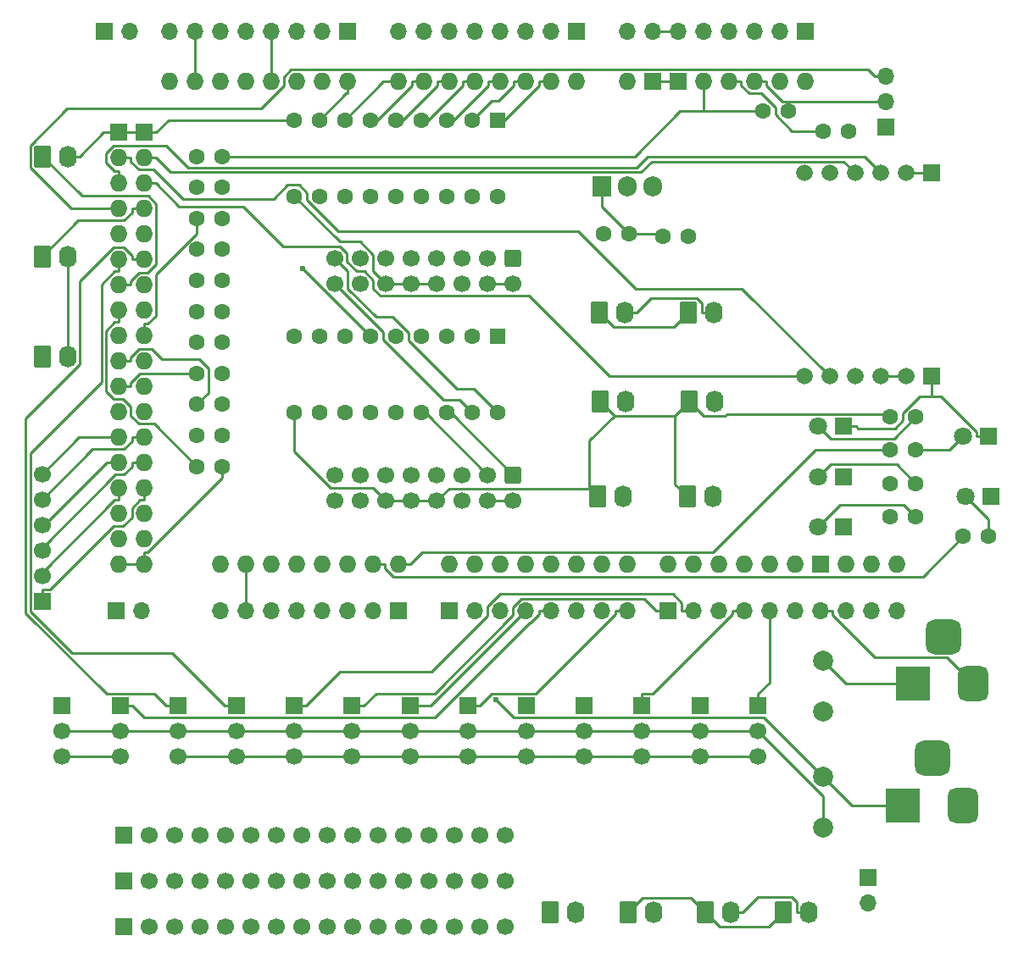
<source format=gbr>
G04 #@! TF.GenerationSoftware,KiCad,Pcbnew,9.0.5*
G04 #@! TF.CreationDate,2026-01-11T12:05:45+10:00*
G04 #@! TF.ProjectId,Jet Ranger Front Panel Servo,4a657420-5261-46e6-9765-722046726f6e,1.2*
G04 #@! TF.SameCoordinates,Original*
G04 #@! TF.FileFunction,Copper,L1,Top*
G04 #@! TF.FilePolarity,Positive*
%FSLAX46Y46*%
G04 Gerber Fmt 4.6, Leading zero omitted, Abs format (unit mm)*
G04 Created by KiCad (PCBNEW 9.0.5) date 2026-01-11 12:05:45*
%MOMM*%
%LPD*%
G01*
G04 APERTURE LIST*
G04 Aperture macros list*
%AMRoundRect*
0 Rectangle with rounded corners*
0 $1 Rounding radius*
0 $2 $3 $4 $5 $6 $7 $8 $9 X,Y pos of 4 corners*
0 Add a 4 corners polygon primitive as box body*
4,1,4,$2,$3,$4,$5,$6,$7,$8,$9,$2,$3,0*
0 Add four circle primitives for the rounded corners*
1,1,$1+$1,$2,$3*
1,1,$1+$1,$4,$5*
1,1,$1+$1,$6,$7*
1,1,$1+$1,$8,$9*
0 Add four rect primitives between the rounded corners*
20,1,$1+$1,$2,$3,$4,$5,0*
20,1,$1+$1,$4,$5,$6,$7,0*
20,1,$1+$1,$6,$7,$8,$9,0*
20,1,$1+$1,$8,$9,$2,$3,0*%
G04 Aperture macros list end*
G04 #@! TA.AperFunction,ComponentPad*
%ADD10C,2.000000*%
G04 #@! TD*
G04 #@! TA.AperFunction,ComponentPad*
%ADD11R,1.700000X1.700000*%
G04 #@! TD*
G04 #@! TA.AperFunction,ComponentPad*
%ADD12C,1.700000*%
G04 #@! TD*
G04 #@! TA.AperFunction,ComponentPad*
%ADD13RoundRect,0.250000X-0.620000X-0.845000X0.620000X-0.845000X0.620000X0.845000X-0.620000X0.845000X0*%
G04 #@! TD*
G04 #@! TA.AperFunction,ComponentPad*
%ADD14O,1.740000X2.190000*%
G04 #@! TD*
G04 #@! TA.AperFunction,ComponentPad*
%ADD15C,1.600000*%
G04 #@! TD*
G04 #@! TA.AperFunction,ComponentPad*
%ADD16O,1.700000X1.700000*%
G04 #@! TD*
G04 #@! TA.AperFunction,ComponentPad*
%ADD17R,1.800000X1.800000*%
G04 #@! TD*
G04 #@! TA.AperFunction,ComponentPad*
%ADD18C,1.800000*%
G04 #@! TD*
G04 #@! TA.AperFunction,ComponentPad*
%ADD19R,3.500000X3.500000*%
G04 #@! TD*
G04 #@! TA.AperFunction,ComponentPad*
%ADD20RoundRect,0.750000X0.750000X1.000000X-0.750000X1.000000X-0.750000X-1.000000X0.750000X-1.000000X0*%
G04 #@! TD*
G04 #@! TA.AperFunction,ComponentPad*
%ADD21RoundRect,0.875000X0.875000X0.875000X-0.875000X0.875000X-0.875000X-0.875000X0.875000X-0.875000X0*%
G04 #@! TD*
G04 #@! TA.AperFunction,ComponentPad*
%ADD22RoundRect,0.250000X-0.550000X0.550000X-0.550000X-0.550000X0.550000X-0.550000X0.550000X0.550000X0*%
G04 #@! TD*
G04 #@! TA.AperFunction,ComponentPad*
%ADD23RoundRect,0.250000X-0.600000X0.600000X-0.600000X-0.600000X0.600000X-0.600000X0.600000X0.600000X0*%
G04 #@! TD*
G04 #@! TA.AperFunction,ComponentPad*
%ADD24R,1.905000X2.000000*%
G04 #@! TD*
G04 #@! TA.AperFunction,ComponentPad*
%ADD25O,1.905000X2.000000*%
G04 #@! TD*
G04 #@! TA.AperFunction,ComponentPad*
%ADD26R,1.665000X1.665000*%
G04 #@! TD*
G04 #@! TA.AperFunction,ComponentPad*
%ADD27C,1.665000*%
G04 #@! TD*
G04 #@! TA.AperFunction,ComponentPad*
%ADD28O,1.727200X1.727200*%
G04 #@! TD*
G04 #@! TA.AperFunction,ComponentPad*
%ADD29R,1.727200X1.727200*%
G04 #@! TD*
G04 #@! TA.AperFunction,ViaPad*
%ADD30C,0.600000*%
G04 #@! TD*
G04 #@! TA.AperFunction,Conductor*
%ADD31C,0.250000*%
G04 #@! TD*
G04 APERTURE END LIST*
D10*
X111000000Y-109000000D03*
X111010000Y-103920000D03*
D11*
X40791700Y-108420000D03*
D12*
X40791700Y-110960000D03*
X40791700Y-113500000D03*
D13*
X99241700Y-129020000D03*
D14*
X101781700Y-129020000D03*
D15*
X51000000Y-81400000D03*
X48460000Y-81400000D03*
D13*
X83725000Y-129020000D03*
D14*
X86265000Y-129020000D03*
D11*
X63500000Y-41046400D03*
D16*
X60960000Y-41046400D03*
X58420000Y-41046400D03*
X55880000Y-41046400D03*
X53340000Y-41046400D03*
X50800000Y-41046400D03*
X48260000Y-41046400D03*
X45720000Y-41046400D03*
D11*
X117298000Y-50550000D03*
D16*
X117298000Y-48010000D03*
X117298000Y-45470000D03*
D11*
X86360000Y-41046400D03*
D16*
X83820000Y-41046400D03*
X81280000Y-41046400D03*
X78740000Y-41046400D03*
X76200000Y-41046400D03*
X73660000Y-41046400D03*
X71120000Y-41046400D03*
X68580000Y-41046400D03*
D15*
X51000000Y-72100000D03*
X48460000Y-72100000D03*
D17*
X127769000Y-87500000D03*
D18*
X125229000Y-87500000D03*
D11*
X52375000Y-108420000D03*
D12*
X52375000Y-110960000D03*
X52375000Y-113500000D03*
D11*
X69750000Y-108420000D03*
D12*
X69750000Y-110960000D03*
X69750000Y-113500000D03*
D15*
X117710700Y-82863900D03*
X120250700Y-82863900D03*
X51000000Y-65900000D03*
X48460000Y-65900000D03*
X117710700Y-79545900D03*
X120250700Y-79545900D03*
D11*
X39225000Y-41000000D03*
D16*
X41765000Y-41000000D03*
D19*
X118949000Y-118350000D03*
D20*
X124949000Y-118350000D03*
D21*
X121949000Y-113650000D03*
D11*
X75541700Y-108420000D03*
D12*
X75541700Y-110960000D03*
X75541700Y-113500000D03*
D17*
X113040000Y-85500000D03*
D18*
X110500000Y-85500000D03*
D11*
X92916700Y-108420000D03*
D12*
X92916700Y-110960000D03*
X92916700Y-113500000D03*
D17*
X127540000Y-81500000D03*
D18*
X125000000Y-81500000D03*
D10*
X110990000Y-120580000D03*
X111000000Y-115500000D03*
D11*
X33000000Y-98000000D03*
D12*
X33000000Y-95460000D03*
X33000000Y-92920000D03*
X33000000Y-90380000D03*
X33000000Y-87840000D03*
X33000000Y-85300000D03*
D22*
X78500000Y-49868300D03*
D15*
X75960000Y-49868300D03*
X73420000Y-49868300D03*
X70880000Y-49868300D03*
X68340000Y-49868300D03*
X65800000Y-49868300D03*
X63260000Y-49868300D03*
X60720000Y-49868300D03*
X58180000Y-49868300D03*
X58180000Y-57488300D03*
X60720000Y-57488300D03*
X63260000Y-57488300D03*
X65800000Y-57488300D03*
X68340000Y-57488300D03*
X70880000Y-57488300D03*
X73420000Y-57488300D03*
X75960000Y-57488300D03*
X78500000Y-57488300D03*
X51000000Y-69000000D03*
X48460000Y-69000000D03*
X51000000Y-75200000D03*
X48460000Y-75200000D03*
X117710700Y-86182000D03*
X120250700Y-86182000D03*
D13*
X33000000Y-63500000D03*
D14*
X35540000Y-63500000D03*
D15*
X125000000Y-91500000D03*
X127540000Y-91500000D03*
D11*
X68580000Y-98958400D03*
D16*
X66040000Y-98958400D03*
X63500000Y-98958400D03*
X60960000Y-98958400D03*
X58420000Y-98958400D03*
X55880000Y-98958400D03*
X53340000Y-98958400D03*
X50800000Y-98958400D03*
D15*
X51000000Y-53500000D03*
X48460000Y-53500000D03*
D23*
X80040000Y-63736700D03*
D12*
X80040000Y-66276700D03*
X77500000Y-63736700D03*
X77500000Y-66276700D03*
X74960000Y-63736700D03*
X74960000Y-66276700D03*
X72420000Y-63736700D03*
X72420000Y-66276700D03*
X69880000Y-63736700D03*
X69880000Y-66276700D03*
X67340000Y-63736700D03*
X67340000Y-66276700D03*
X64800000Y-63736700D03*
X64800000Y-66276700D03*
X62260000Y-63736700D03*
X62260000Y-66276700D03*
D15*
X94960000Y-61500000D03*
X97500000Y-61500000D03*
D13*
X107000000Y-129020000D03*
D14*
X109540000Y-129020000D03*
D24*
X88920000Y-56500000D03*
D25*
X91460000Y-56500000D03*
X94000000Y-56500000D03*
D26*
X121809000Y-55183300D03*
D27*
X119269000Y-55183300D03*
X116729000Y-55183300D03*
X114189000Y-55183300D03*
X111649000Y-55183300D03*
X109109000Y-55183300D03*
D26*
X121809000Y-75503300D03*
D27*
X119269000Y-75503300D03*
X116729000Y-75503300D03*
X114189000Y-75503300D03*
X111649000Y-75503300D03*
X109109000Y-75503300D03*
D17*
X113040000Y-90500000D03*
D18*
X110500000Y-90500000D03*
D15*
X117710700Y-89500000D03*
X120250700Y-89500000D03*
D13*
X88653200Y-69135100D03*
D14*
X91193200Y-69135100D03*
D11*
X109220000Y-41046400D03*
D16*
X106680000Y-41046400D03*
X104140000Y-41046400D03*
X101600000Y-41046400D03*
X99060000Y-41046400D03*
X96520000Y-41046400D03*
X93980000Y-41046400D03*
X91440000Y-41046400D03*
D11*
X58166700Y-108420000D03*
D12*
X58166700Y-110960000D03*
X58166700Y-113500000D03*
D15*
X51000000Y-59700000D03*
X48460000Y-59700000D03*
D11*
X115450000Y-125560000D03*
D16*
X115450000Y-128100000D03*
D11*
X87125000Y-108420000D03*
D12*
X87125000Y-110960000D03*
X87125000Y-113500000D03*
D11*
X63958300Y-108420000D03*
D12*
X63958300Y-110960000D03*
X63958300Y-113500000D03*
D13*
X97543200Y-69135100D03*
D14*
X100083200Y-69135100D03*
D22*
X78500000Y-71500000D03*
D15*
X75960000Y-71500000D03*
X73420000Y-71500000D03*
X70880000Y-71500000D03*
X68340000Y-71500000D03*
X65800000Y-71500000D03*
X63260000Y-71500000D03*
X60720000Y-71500000D03*
X58180000Y-71500000D03*
X58180000Y-79120000D03*
X60720000Y-79120000D03*
X63260000Y-79120000D03*
X65800000Y-79120000D03*
X68340000Y-79120000D03*
X70880000Y-79120000D03*
X73420000Y-79120000D03*
X75960000Y-79120000D03*
X78500000Y-79120000D03*
D13*
X97643200Y-77985100D03*
D14*
X100183200Y-77985100D03*
D23*
X80040000Y-85368300D03*
D12*
X80040000Y-87908300D03*
X77500000Y-85368300D03*
X77500000Y-87908300D03*
X74960000Y-85368300D03*
X74960000Y-87908300D03*
X72420000Y-85368300D03*
X72420000Y-87908300D03*
X69880000Y-85368300D03*
X69880000Y-87908300D03*
X67340000Y-85368300D03*
X67340000Y-87908300D03*
X64800000Y-85368300D03*
X64800000Y-87908300D03*
X62260000Y-85368300D03*
X62260000Y-87908300D03*
D13*
X97460000Y-87500000D03*
D14*
X100000000Y-87500000D03*
D15*
X111000000Y-51000000D03*
X113540000Y-51000000D03*
D13*
X33000000Y-73500000D03*
D14*
X35540000Y-73500000D03*
D15*
X51000000Y-62800000D03*
X48460000Y-62800000D03*
X89037500Y-61212500D03*
X91577500Y-61212500D03*
D11*
X41140000Y-121320000D03*
D12*
X43680000Y-121320000D03*
X46220000Y-121320000D03*
X48760000Y-121320000D03*
X51300000Y-121320000D03*
X53840000Y-121320000D03*
X56380000Y-121320000D03*
X58920000Y-121320000D03*
X61460000Y-121320000D03*
X64000000Y-121320000D03*
X66540000Y-121320000D03*
X69080000Y-121320000D03*
X71620000Y-121320000D03*
X74160000Y-121320000D03*
X76700000Y-121320000D03*
X79240000Y-121320000D03*
D15*
X51000000Y-78300000D03*
X48460000Y-78300000D03*
X104955000Y-49000000D03*
X107495000Y-49000000D03*
D11*
X35000000Y-108420000D03*
D12*
X35000000Y-110960000D03*
X35000000Y-113500000D03*
D11*
X41140000Y-130500000D03*
D12*
X43680000Y-130500000D03*
X46220000Y-130500000D03*
X48760000Y-130500000D03*
X51300000Y-130500000D03*
X53840000Y-130500000D03*
X56380000Y-130500000D03*
X58920000Y-130500000D03*
X61460000Y-130500000D03*
X64000000Y-130500000D03*
X66540000Y-130500000D03*
X69080000Y-130500000D03*
X71620000Y-130500000D03*
X74160000Y-130500000D03*
X76700000Y-130500000D03*
X79240000Y-130500000D03*
D11*
X81333300Y-108420000D03*
D12*
X81333300Y-110960000D03*
X81333300Y-113500000D03*
D13*
X33000000Y-53500000D03*
D14*
X35540000Y-53500000D03*
D17*
X113040000Y-80500000D03*
D18*
X110500000Y-80500000D03*
D11*
X98708300Y-108420000D03*
D12*
X98708300Y-110960000D03*
X98708300Y-113500000D03*
D11*
X46583300Y-108420000D03*
D12*
X46583300Y-110960000D03*
X46583300Y-113500000D03*
D13*
X88460000Y-87500000D03*
D14*
X91000000Y-87500000D03*
D19*
X120000000Y-106207500D03*
D20*
X126000000Y-106207500D03*
D21*
X123000000Y-101507500D03*
D13*
X88753200Y-77985100D03*
D14*
X91293200Y-77985100D03*
D11*
X95504000Y-98958400D03*
D16*
X98044000Y-98958400D03*
X100584000Y-98958400D03*
X103124000Y-98958400D03*
X105664000Y-98958400D03*
X108204000Y-98958400D03*
X110744000Y-98958400D03*
X113284000Y-98958400D03*
X115824000Y-98958400D03*
X118364000Y-98958400D03*
D11*
X104500000Y-108420000D03*
D12*
X104500000Y-110960000D03*
X104500000Y-113500000D03*
D15*
X51000000Y-56600000D03*
X48460000Y-56600000D03*
D11*
X40411400Y-98933000D03*
D16*
X42951400Y-98933000D03*
D13*
X91483300Y-129020000D03*
D14*
X94023300Y-129020000D03*
D11*
X73660000Y-98958400D03*
D16*
X76200000Y-98958400D03*
X78740000Y-98958400D03*
X81280000Y-98958400D03*
X83820000Y-98958400D03*
X86360000Y-98958400D03*
X88900000Y-98958400D03*
X91440000Y-98958400D03*
D28*
X109205000Y-46039300D03*
X101585000Y-46039300D03*
X99045000Y-46039300D03*
X43165000Y-94299300D03*
X40625000Y-94299300D03*
X86345000Y-46039300D03*
X83805000Y-46039300D03*
X81265000Y-46039300D03*
X78725000Y-46039300D03*
X76185000Y-46039300D03*
X73645000Y-46039300D03*
X71105000Y-46039300D03*
X68565000Y-46039300D03*
X63485000Y-46039300D03*
X60945000Y-46039300D03*
X58405000Y-46039300D03*
X55865000Y-46039300D03*
X53325000Y-46039300D03*
X50785000Y-46039300D03*
X48245000Y-46039300D03*
X45705000Y-46039300D03*
X113269000Y-94299300D03*
X73645000Y-94299300D03*
X76185000Y-94299300D03*
X78725000Y-94299300D03*
X81265000Y-94299300D03*
X83805000Y-94299300D03*
X86345000Y-94299300D03*
X88885000Y-94299300D03*
X91425000Y-94299300D03*
X95489000Y-94299300D03*
X98029000Y-94299300D03*
X100569000Y-94299300D03*
X103109000Y-94299300D03*
X105649000Y-94299300D03*
X108189000Y-94299300D03*
X68565000Y-94299300D03*
X66025000Y-94299300D03*
X63485000Y-94299300D03*
X60945000Y-94299300D03*
X58405000Y-94299300D03*
X55865000Y-94299300D03*
X53325000Y-94299300D03*
X50785000Y-94299300D03*
X43165000Y-91759300D03*
X40625000Y-91759300D03*
X43165000Y-89219300D03*
X40625000Y-89219300D03*
X43165000Y-86679300D03*
X40625000Y-86679300D03*
X43165000Y-84139300D03*
X40625000Y-84139300D03*
X43165000Y-81599300D03*
X40625000Y-81599300D03*
X43165000Y-79059300D03*
X40625000Y-79059300D03*
X43165000Y-76519300D03*
X40625000Y-76519300D03*
X43165000Y-73979300D03*
X40625000Y-73979300D03*
X43165000Y-71439300D03*
X40625000Y-71439300D03*
X43165000Y-68899300D03*
X40625000Y-68899300D03*
X43165000Y-66359300D03*
X40625000Y-66359300D03*
X43165000Y-63819300D03*
X40625000Y-63819300D03*
X43165000Y-61279300D03*
X40625000Y-61279300D03*
X43165000Y-58739300D03*
X40625000Y-58739300D03*
X43165000Y-56199300D03*
X40625000Y-56199300D03*
X43165000Y-53659300D03*
X40625000Y-53659300D03*
D29*
X110729000Y-94299300D03*
X96505000Y-46039300D03*
X93965000Y-46039300D03*
X43165000Y-51119300D03*
X40625000Y-51119300D03*
D28*
X106665000Y-46039300D03*
X104125000Y-46039300D03*
X118349000Y-94299300D03*
X115809000Y-94299300D03*
X91425000Y-46039300D03*
D15*
X51000000Y-84500000D03*
X48460000Y-84500000D03*
D11*
X41140000Y-125910000D03*
D12*
X43680000Y-125910000D03*
X46220000Y-125910000D03*
X48760000Y-125910000D03*
X51300000Y-125910000D03*
X53840000Y-125910000D03*
X56380000Y-125910000D03*
X58920000Y-125910000D03*
X61460000Y-125910000D03*
X64000000Y-125910000D03*
X66540000Y-125910000D03*
X69080000Y-125910000D03*
X71620000Y-125910000D03*
X74160000Y-125910000D03*
X76700000Y-125910000D03*
X79240000Y-125910000D03*
D30*
X59018500Y-64718500D03*
X78325000Y-107845400D03*
D31*
X113297500Y-106207500D02*
X111010000Y-103920000D01*
X120000000Y-106207500D02*
X113297500Y-106207500D01*
X104439500Y-127557300D02*
X102976800Y-129020000D01*
X107853200Y-127557300D02*
X104439500Y-127557300D01*
X108344900Y-128049000D02*
X107853200Y-127557300D01*
X108344900Y-129020000D02*
X108344900Y-128049000D01*
X109540000Y-129020000D02*
X108344900Y-129020000D01*
X101781700Y-129020000D02*
X102976800Y-129020000D01*
X98888100Y-68177400D02*
X98888100Y-69135100D01*
X98416200Y-67705500D02*
X98888100Y-68177400D01*
X93817900Y-67705500D02*
X98416200Y-67705500D01*
X92388300Y-69135100D02*
X93817900Y-67705500D01*
X91193200Y-69135100D02*
X92388300Y-69135100D01*
X100083200Y-69135100D02*
X98888100Y-69135100D01*
X88920000Y-58555000D02*
X91577500Y-61212500D01*
X88920000Y-56500000D02*
X88920000Y-58555000D01*
X94672500Y-61212500D02*
X94960000Y-61500000D01*
X91577500Y-61212500D02*
X94672500Y-61212500D01*
X76104800Y-76724800D02*
X78500000Y-79120000D01*
X74440100Y-76724800D02*
X76104800Y-76724800D01*
X69610000Y-71894700D02*
X74440100Y-76724800D01*
X69610000Y-71169500D02*
X69610000Y-71894700D01*
X67987300Y-69546800D02*
X69610000Y-71169500D01*
X66353900Y-69546800D02*
X67987300Y-69546800D01*
X63530000Y-66722900D02*
X66353900Y-69546800D01*
X63530000Y-65006700D02*
X63530000Y-66722900D01*
X62260000Y-63736700D02*
X63530000Y-65006700D01*
X74685100Y-77845100D02*
X75960000Y-79120000D01*
X73053500Y-77845100D02*
X74685100Y-77845100D01*
X67070000Y-71861600D02*
X73053500Y-77845100D01*
X67070000Y-71086700D02*
X67070000Y-71861600D01*
X62260000Y-66276700D02*
X67070000Y-71086700D01*
X73791700Y-79120000D02*
X73420000Y-79120000D01*
X80040000Y-85368300D02*
X73791700Y-79120000D01*
X71251700Y-79120000D02*
X70880000Y-79120000D01*
X77500000Y-85368300D02*
X71251700Y-79120000D01*
X33000000Y-92613900D02*
X33000000Y-92920000D01*
X40285900Y-85328000D02*
X33000000Y-92613900D01*
X41159200Y-85328000D02*
X40285900Y-85328000D01*
X41976300Y-84510900D02*
X41159200Y-85328000D01*
X41976300Y-84139300D02*
X41976300Y-84510900D01*
X43165000Y-84139300D02*
X41976300Y-84139300D01*
X38052000Y-82788000D02*
X33000000Y-87840000D01*
X41159200Y-82788000D02*
X38052000Y-82788000D01*
X41976300Y-81970900D02*
X41159200Y-82788000D01*
X41976300Y-81599300D02*
X41976300Y-81970900D01*
X43165000Y-81599300D02*
X41976300Y-81599300D01*
X33810200Y-96824900D02*
X33000000Y-96824900D01*
X40145800Y-90489300D02*
X33810200Y-96824900D01*
X41058200Y-90489300D02*
X40145800Y-90489300D01*
X41976300Y-89571200D02*
X41058200Y-90489300D01*
X41976300Y-88685100D02*
X41976300Y-89571200D01*
X42793400Y-87868000D02*
X41976300Y-88685100D01*
X43165000Y-87868000D02*
X42793400Y-87868000D01*
X43165000Y-86679300D02*
X43165000Y-87868000D01*
X33000000Y-98000000D02*
X33000000Y-96824900D01*
X48460000Y-61208800D02*
X48460000Y-59700000D01*
X44353700Y-65315100D02*
X48460000Y-61208800D01*
X44353700Y-69428800D02*
X44353700Y-65315100D01*
X43531900Y-70250600D02*
X44353700Y-69428800D01*
X43165000Y-70250600D02*
X43531900Y-70250600D01*
X43165000Y-71439300D02*
X43165000Y-70250600D01*
X46583300Y-110960000D02*
X40791700Y-110960000D01*
X35000000Y-110960000D02*
X40791700Y-110960000D01*
X87125000Y-110960000D02*
X81333300Y-110960000D01*
X63958300Y-110960000D02*
X69750000Y-110960000D01*
X98708300Y-110960000D02*
X92916700Y-110960000D01*
X92916700Y-110960000D02*
X87125000Y-110960000D01*
X81333300Y-110960000D02*
X75541700Y-110960000D01*
X75541700Y-110960000D02*
X69750000Y-110960000D01*
X63958300Y-110960000D02*
X58166700Y-110960000D01*
X58166700Y-110960000D02*
X52375000Y-110960000D01*
X52375000Y-110960000D02*
X46583300Y-110960000D01*
X110990000Y-117450000D02*
X104500000Y-110960000D01*
X110990000Y-120580000D02*
X110990000Y-117450000D01*
X104500000Y-110960000D02*
X98708300Y-110960000D01*
X33195600Y-90380000D02*
X33000000Y-90380000D01*
X39436300Y-84139300D02*
X33195600Y-90380000D01*
X40625000Y-84139300D02*
X39436300Y-84139300D01*
X127540000Y-89811000D02*
X125229000Y-87500000D01*
X127540000Y-91500000D02*
X127540000Y-89811000D01*
X40255500Y-70088000D02*
X40625000Y-70088000D01*
X39382800Y-70960700D02*
X40255500Y-70088000D01*
X39382800Y-77026300D02*
X39382800Y-70960700D01*
X40145800Y-77789300D02*
X39382800Y-77026300D01*
X41058200Y-77789300D02*
X40145800Y-77789300D01*
X41813800Y-78544900D02*
X41058200Y-77789300D01*
X41813800Y-79411300D02*
X41813800Y-78544900D01*
X42650600Y-80248100D02*
X41813800Y-79411300D01*
X44208100Y-80248100D02*
X42650600Y-80248100D01*
X48460000Y-84500000D02*
X44208100Y-80248100D01*
X40625000Y-68899300D02*
X40625000Y-70088000D01*
X33000000Y-95098700D02*
X33000000Y-95460000D01*
X40230700Y-87868000D02*
X33000000Y-95098700D01*
X40625000Y-87868000D02*
X40230700Y-87868000D01*
X40625000Y-86679300D02*
X40625000Y-87868000D01*
X49598300Y-77161700D02*
X48460000Y-78300000D01*
X49598300Y-74716400D02*
X49598300Y-77161700D01*
X48676700Y-73794800D02*
X49598300Y-74716400D01*
X44923400Y-73794800D02*
X48676700Y-73794800D01*
X43906000Y-72777400D02*
X44923400Y-73794800D01*
X42644100Y-72777400D02*
X43906000Y-72777400D01*
X41813700Y-73607800D02*
X42644100Y-72777400D01*
X41813700Y-73979300D02*
X41813700Y-73607800D01*
X40625000Y-73979300D02*
X41813700Y-73979300D01*
X43141900Y-109595100D02*
X41966800Y-108420000D01*
X72200100Y-109595100D02*
X43141900Y-109595100D01*
X81661700Y-100133500D02*
X72200100Y-109595100D01*
X81784700Y-100133500D02*
X81661700Y-100133500D01*
X82644900Y-99273300D02*
X81784700Y-100133500D01*
X82644900Y-98958400D02*
X82644900Y-99273300D01*
X83820000Y-98958400D02*
X82644900Y-98958400D01*
X40791700Y-108420000D02*
X41966800Y-108420000D01*
X48245000Y-42236500D02*
X48245000Y-46039300D01*
X48260000Y-42221500D02*
X48245000Y-42236500D01*
X48260000Y-41046400D02*
X48260000Y-42221500D01*
X59018500Y-64718500D02*
X65800000Y-71500000D01*
X36572000Y-59928000D02*
X33000000Y-63500000D01*
X41159200Y-59928000D02*
X36572000Y-59928000D01*
X41976300Y-59110900D02*
X41159200Y-59928000D01*
X41976300Y-58739300D02*
X41976300Y-59110900D01*
X43165000Y-58739300D02*
X41976300Y-58739300D01*
X41813700Y-76149800D02*
X41813700Y-76519300D01*
X42763500Y-75200000D02*
X41813700Y-76149800D01*
X48460000Y-75200000D02*
X42763500Y-75200000D01*
X40625000Y-76519300D02*
X41813700Y-76519300D01*
X67089000Y-46039300D02*
X63260000Y-49868300D01*
X68565000Y-46039300D02*
X67089000Y-46039300D01*
X36969300Y-57469300D02*
X33000000Y-53500000D01*
X43587100Y-57469300D02*
X36969300Y-57469300D01*
X44391800Y-58274000D02*
X43587100Y-57469300D01*
X44391800Y-64280900D02*
X44391800Y-58274000D01*
X43502100Y-65170600D02*
X44391800Y-64280900D01*
X42630800Y-65170600D02*
X43502100Y-65170600D01*
X41813700Y-65987700D02*
X42630800Y-65170600D01*
X41813700Y-66359300D02*
X41813700Y-65987700D01*
X40625000Y-66359300D02*
X41813700Y-66359300D01*
X82616300Y-46408700D02*
X82616300Y-46039300D01*
X79156700Y-49868300D02*
X82616300Y-46408700D01*
X78500000Y-49868300D02*
X79156700Y-49868300D01*
X83805000Y-46039300D02*
X82616300Y-46039300D01*
X36700700Y-81599300D02*
X33000000Y-85300000D01*
X40625000Y-81599300D02*
X36700700Y-81599300D01*
X105664000Y-106080900D02*
X104500000Y-107244900D01*
X105664000Y-98958400D02*
X105664000Y-106080900D01*
X104500000Y-108420000D02*
X104500000Y-107244900D01*
X95504000Y-98958400D02*
X94328900Y-98958400D01*
X63958300Y-108420000D02*
X65133400Y-108420000D01*
X66362900Y-107190500D02*
X65133400Y-108420000D01*
X66362900Y-107190400D02*
X66362900Y-107190500D01*
X72185200Y-107190400D02*
X66362900Y-107190400D01*
X80010000Y-99365600D02*
X72185200Y-107190400D01*
X80010000Y-98560000D02*
X80010000Y-99365600D01*
X80834300Y-97735700D02*
X80010000Y-98560000D01*
X93106200Y-97735700D02*
X80834300Y-97735700D01*
X94328900Y-98958400D02*
X93106200Y-97735700D01*
X80076300Y-46408700D02*
X80076300Y-46039300D01*
X78535500Y-47949500D02*
X80076300Y-46408700D01*
X77878800Y-47949500D02*
X78535500Y-47949500D01*
X75960000Y-49868300D02*
X77878800Y-47949500D01*
X81265000Y-46039300D02*
X80076300Y-46039300D01*
X77536300Y-46408700D02*
X77536300Y-46039300D01*
X74076700Y-49868300D02*
X77536300Y-46408700D01*
X73420000Y-49868300D02*
X74076700Y-49868300D01*
X78725000Y-46039300D02*
X77536300Y-46039300D01*
X45953100Y-103173200D02*
X51199900Y-108420000D01*
X36013500Y-103173200D02*
X45953100Y-103173200D01*
X31824800Y-98984500D02*
X36013500Y-103173200D01*
X31824800Y-83174400D02*
X31824800Y-98984500D01*
X38932600Y-76066600D02*
X31824800Y-83174400D01*
X38932600Y-66328900D02*
X38932600Y-76066600D01*
X40253500Y-65008000D02*
X38932600Y-66328900D01*
X40625000Y-65008000D02*
X40253500Y-65008000D01*
X40625000Y-63819300D02*
X40625000Y-65008000D01*
X52375000Y-108420000D02*
X51199900Y-108420000D01*
X115480200Y-44827300D02*
X116122900Y-45470000D01*
X57858600Y-44827300D02*
X115480200Y-44827300D01*
X57135000Y-45550900D02*
X57858600Y-44827300D01*
X57135000Y-46451600D02*
X57135000Y-45550900D01*
X54843500Y-48743100D02*
X57135000Y-46451600D01*
X35462600Y-48743100D02*
X54843500Y-48743100D01*
X31800900Y-52404800D02*
X35462600Y-48743100D01*
X31800900Y-54605500D02*
X31800900Y-52404800D01*
X35934700Y-58739300D02*
X31800900Y-54605500D01*
X40625000Y-58739300D02*
X35934700Y-58739300D01*
X117298000Y-45470000D02*
X116122900Y-45470000D01*
X69916300Y-46408700D02*
X69916300Y-46039300D01*
X66456700Y-49868300D02*
X69916300Y-46408700D01*
X65800000Y-49868300D02*
X66456700Y-49868300D01*
X71105000Y-46039300D02*
X69916300Y-46039300D01*
X116729000Y-75503300D02*
X119269000Y-75503300D01*
X107903400Y-51000000D02*
X111000000Y-51000000D01*
X106225000Y-49321600D02*
X107903400Y-51000000D01*
X106225000Y-48617800D02*
X106225000Y-49321600D01*
X104835200Y-47228000D02*
X106225000Y-48617800D01*
X103590800Y-47228000D02*
X104835200Y-47228000D01*
X102773700Y-46410900D02*
X103590800Y-47228000D01*
X102773700Y-46039300D02*
X102773700Y-46410900D01*
X101585000Y-46039300D02*
X102773700Y-46039300D01*
X55880000Y-44835600D02*
X55880000Y-41046400D01*
X55865000Y-44850600D02*
X55880000Y-44835600D01*
X55865000Y-46039300D02*
X55865000Y-44850600D01*
X71818400Y-108420000D02*
X69750000Y-108420000D01*
X81280000Y-98958400D02*
X71818400Y-108420000D01*
X93984400Y-107244900D02*
X92916700Y-107244900D01*
X101948900Y-99280400D02*
X93984400Y-107244900D01*
X101948900Y-98958400D02*
X101948900Y-99280400D01*
X103124000Y-98958400D02*
X101948900Y-98958400D01*
X92916700Y-108420000D02*
X92916700Y-107244900D01*
X63360300Y-47228000D02*
X63485000Y-47228000D01*
X60720000Y-49868300D02*
X63360300Y-47228000D01*
X63485000Y-46039300D02*
X63485000Y-47228000D01*
X72456300Y-46408700D02*
X72456300Y-46039300D01*
X68996700Y-49868300D02*
X72456300Y-46408700D01*
X68340000Y-49868300D02*
X68996700Y-49868300D01*
X73645000Y-46039300D02*
X72456300Y-46039300D01*
X120962000Y-95538000D02*
X125000000Y-91500000D01*
X68080900Y-95538000D02*
X120962000Y-95538000D01*
X67213700Y-94670800D02*
X68080900Y-95538000D01*
X67213700Y-94299300D02*
X67213700Y-94670800D01*
X66025000Y-94299300D02*
X67213700Y-94299300D01*
X110248900Y-82863900D02*
X117710700Y-82863900D01*
X100002200Y-93110600D02*
X110248900Y-82863900D01*
X70942400Y-93110600D02*
X100002200Y-93110600D01*
X69753700Y-94299300D02*
X70942400Y-93110600D01*
X68565000Y-94299300D02*
X69753700Y-94299300D01*
X115113400Y-53567700D02*
X116729000Y-55183300D01*
X93447200Y-53567700D02*
X115113400Y-53567700D01*
X92373000Y-54641900D02*
X93447200Y-53567700D01*
X47592400Y-54641900D02*
X92373000Y-54641900D01*
X45417400Y-52466900D02*
X47592400Y-54641900D01*
X40094500Y-52466900D02*
X45417400Y-52466900D01*
X39406300Y-53155100D02*
X40094500Y-52466900D01*
X39406300Y-54163400D02*
X39406300Y-53155100D01*
X40253500Y-55010600D02*
X39406300Y-54163400D01*
X40625000Y-55010600D02*
X40253500Y-55010600D01*
X40625000Y-56199300D02*
X40625000Y-55010600D01*
X104125000Y-46039300D02*
X105313700Y-46039300D01*
X117298000Y-48010000D02*
X116122900Y-48010000D01*
X116122900Y-48010000D02*
X107495000Y-48010000D01*
X106894800Y-48010000D02*
X107495000Y-48010000D01*
X105313700Y-46428900D02*
X106894800Y-48010000D01*
X105313700Y-46039300D02*
X105313700Y-46428900D01*
X107495000Y-48010000D02*
X107495000Y-49000000D01*
X43165000Y-56199300D02*
X44353700Y-56199300D01*
X46645600Y-58491200D02*
X44353700Y-56199300D01*
X53084400Y-58491200D02*
X46645600Y-58491200D01*
X57075200Y-62482000D02*
X53084400Y-58491200D01*
X62702000Y-62482000D02*
X57075200Y-62482000D01*
X63435200Y-63215200D02*
X62702000Y-62482000D01*
X63435200Y-64036000D02*
X63435200Y-63215200D01*
X64405900Y-65006700D02*
X63435200Y-64036000D01*
X65196600Y-65006700D02*
X64405900Y-65006700D01*
X66070000Y-65880100D02*
X65196600Y-65006700D01*
X66070000Y-66714600D02*
X66070000Y-65880100D01*
X66807300Y-67451900D02*
X66070000Y-66714600D01*
X81639100Y-67451900D02*
X66807300Y-67451900D01*
X89690500Y-75503300D02*
X81639100Y-67451900D01*
X109109000Y-75503300D02*
X89690500Y-75503300D01*
X74996300Y-46408700D02*
X74996300Y-46039300D01*
X71536700Y-49868300D02*
X74996300Y-46408700D01*
X70880000Y-49868300D02*
X71536700Y-49868300D01*
X76185000Y-46039300D02*
X74996300Y-46039300D01*
X102871300Y-66725600D02*
X111649000Y-75503300D01*
X92295300Y-66725600D02*
X102871300Y-66725600D01*
X86530000Y-60960300D02*
X92295300Y-66725600D01*
X62593800Y-60960300D02*
X86530000Y-60960300D01*
X59450000Y-57816500D02*
X62593800Y-60960300D01*
X59450000Y-57163400D02*
X59450000Y-57816500D01*
X58634900Y-56348300D02*
X59450000Y-57163400D01*
X57521500Y-56348300D02*
X58634900Y-56348300D01*
X56101200Y-57768600D02*
X57521500Y-56348300D01*
X47073400Y-57768600D02*
X56101200Y-57768600D01*
X44152800Y-54848000D02*
X47073400Y-57768600D01*
X42630800Y-54848000D02*
X44152800Y-54848000D01*
X41813700Y-54030900D02*
X42630800Y-54848000D01*
X41813700Y-53659300D02*
X41813700Y-54030900D01*
X40625000Y-53659300D02*
X41813700Y-53659300D01*
X53340000Y-95503000D02*
X53340000Y-98958400D01*
X53325000Y-95488000D02*
X53340000Y-95503000D01*
X53325000Y-94299300D02*
X53325000Y-95488000D01*
X62743300Y-105018500D02*
X59341800Y-108420000D01*
X71877800Y-105018500D02*
X62743300Y-105018500D01*
X77470000Y-99426300D02*
X71877800Y-105018500D01*
X77470000Y-98516900D02*
X77470000Y-99426300D01*
X78728200Y-97258700D02*
X77470000Y-98516900D01*
X95977100Y-97258700D02*
X78728200Y-97258700D01*
X96868900Y-98150500D02*
X95977100Y-97258700D01*
X96868900Y-98958400D02*
X96868900Y-98150500D01*
X98044000Y-98958400D02*
X96868900Y-98958400D01*
X58166700Y-108420000D02*
X59341800Y-108420000D01*
X91440000Y-98958400D02*
X90264900Y-98958400D01*
X75541700Y-108420000D02*
X76716800Y-108420000D01*
X77916500Y-107220300D02*
X76716800Y-108420000D01*
X82321300Y-107220300D02*
X77916500Y-107220300D01*
X90264900Y-99276700D02*
X82321300Y-107220300D01*
X90264900Y-98958400D02*
X90264900Y-99276700D01*
X43165000Y-53659300D02*
X44353700Y-53659300D01*
X113027000Y-54021300D02*
X114189000Y-55183300D01*
X93855400Y-54021300D02*
X113027000Y-54021300D01*
X92784700Y-55092000D02*
X93855400Y-54021300D01*
X45786400Y-55092000D02*
X92784700Y-55092000D01*
X44353700Y-53659300D02*
X45786400Y-55092000D01*
X99045000Y-46039300D02*
X99045000Y-47228000D01*
X99045000Y-49000000D02*
X104955000Y-49000000D01*
X99045000Y-47228000D02*
X99045000Y-49000000D01*
X92173000Y-53500000D02*
X51000000Y-53500000D01*
X96673000Y-49000000D02*
X92173000Y-53500000D01*
X99045000Y-49000000D02*
X96673000Y-49000000D01*
X40625000Y-94299300D02*
X43165000Y-94299300D01*
X51000000Y-85647100D02*
X51000000Y-84500000D01*
X43536500Y-93110600D02*
X51000000Y-85647100D01*
X43165000Y-93110600D02*
X43536500Y-93110600D01*
X43165000Y-94299300D02*
X43165000Y-93110600D01*
X43165000Y-63819300D02*
X41976300Y-63819300D01*
X46583300Y-108420000D02*
X45408200Y-108420000D01*
X44233100Y-107244900D02*
X45408200Y-108420000D01*
X39442200Y-107244900D02*
X44233100Y-107244900D01*
X31348100Y-99150800D02*
X39442200Y-107244900D01*
X31348100Y-79682300D02*
X31348100Y-99150800D01*
X36745900Y-74284500D02*
X31348100Y-79682300D01*
X36745900Y-66008000D02*
X36745900Y-74284500D01*
X40125200Y-62628700D02*
X36745900Y-66008000D01*
X41157200Y-62628700D02*
X40125200Y-62628700D01*
X41976300Y-63447800D02*
X41157200Y-62628700D01*
X41976300Y-63819300D02*
X41976300Y-63447800D01*
X69880000Y-66276700D02*
X72420000Y-66276700D01*
X67340000Y-87908300D02*
X69880000Y-87908300D01*
X58180000Y-83030100D02*
X58180000Y-79120000D01*
X61788200Y-86638300D02*
X58180000Y-83030100D01*
X66070000Y-86638300D02*
X61788200Y-86638300D01*
X67340000Y-87908300D02*
X66070000Y-86638300D01*
X97799000Y-127577300D02*
X99241700Y-129020000D01*
X92926000Y-127577300D02*
X97799000Y-127577300D01*
X91483300Y-129020000D02*
X92926000Y-127577300D01*
X100688000Y-130466300D02*
X99241700Y-129020000D01*
X105553700Y-130466300D02*
X100688000Y-130466300D01*
X107000000Y-129020000D02*
X105553700Y-130466300D01*
X67340000Y-66276700D02*
X69880000Y-66276700D01*
X62723500Y-62031800D02*
X58180000Y-57488300D01*
X64777100Y-62031800D02*
X62723500Y-62031800D01*
X66070100Y-63324800D02*
X64777100Y-62031800D01*
X66070100Y-65006800D02*
X66070100Y-63324800D01*
X67340000Y-66276700D02*
X66070100Y-65006800D01*
X69880000Y-87908300D02*
X72420000Y-87908300D01*
X88753200Y-77985100D02*
X90173400Y-79405300D01*
X87651500Y-81927200D02*
X90173400Y-79405300D01*
X87651500Y-86691500D02*
X87651500Y-81927200D01*
X73636800Y-86691500D02*
X87651500Y-86691500D01*
X72420000Y-87908300D02*
X73636800Y-86691500D01*
X87651500Y-86691500D02*
X88460000Y-87500000D01*
X90101200Y-70583100D02*
X88653200Y-69135100D01*
X96095200Y-70583100D02*
X90101200Y-70583100D01*
X97543200Y-69135100D02*
X96095200Y-70583100D01*
X117439600Y-79274800D02*
X117710700Y-79545900D01*
X101378400Y-79274800D02*
X117439600Y-79274800D01*
X101223800Y-79429400D02*
X101378400Y-79274800D01*
X99087500Y-79429400D02*
X101223800Y-79429400D01*
X97643200Y-77985100D02*
X99087500Y-79429400D01*
X96223000Y-86263000D02*
X97460000Y-87500000D01*
X96223000Y-79405300D02*
X96223000Y-86263000D01*
X90173400Y-79405300D02*
X96223000Y-79405300D01*
X96223000Y-79405300D02*
X97643200Y-77985100D01*
X113850000Y-118350000D02*
X111000000Y-115500000D01*
X118949000Y-118350000D02*
X113850000Y-118350000D01*
X80074800Y-109595200D02*
X78325000Y-107845400D01*
X105095200Y-109595200D02*
X80074800Y-109595200D01*
X111000000Y-115500000D02*
X105095200Y-109595200D01*
X123636100Y-82863900D02*
X125000000Y-81500000D01*
X120250700Y-82863900D02*
X123636100Y-82863900D01*
X118071400Y-81725200D02*
X120250700Y-79545900D01*
X111725200Y-81725200D02*
X118071400Y-81725200D01*
X110500000Y-80500000D02*
X111725200Y-81725200D01*
X112671300Y-88328700D02*
X110500000Y-90500000D01*
X119079400Y-88328700D02*
X112671300Y-88328700D01*
X120250700Y-89500000D02*
X119079400Y-88328700D01*
X93965000Y-46039300D02*
X96505000Y-46039300D01*
X119269000Y-55183300D02*
X121809000Y-55183300D01*
X77500000Y-87908300D02*
X80040000Y-87908300D01*
X77500000Y-66276700D02*
X80040000Y-66276700D01*
X45604700Y-49868300D02*
X44353700Y-51119300D01*
X58180000Y-49868300D02*
X45604700Y-49868300D01*
X43165000Y-51119300D02*
X44353700Y-51119300D01*
X113040000Y-80500000D02*
X114265100Y-80500000D01*
X121809000Y-75503300D02*
X121809000Y-76660900D01*
X93980000Y-41046400D02*
X96520000Y-41046400D01*
X35540000Y-73500000D02*
X35540000Y-63500000D01*
X104500000Y-113500000D02*
X98708300Y-113500000D01*
X98708300Y-113500000D02*
X92916700Y-113500000D01*
X35000000Y-113500000D02*
X40791700Y-113500000D01*
X92916700Y-113500000D02*
X87125000Y-113500000D01*
X87125000Y-113500000D02*
X81333300Y-113500000D01*
X63958300Y-113500000D02*
X69750000Y-113500000D01*
X63958300Y-113500000D02*
X58166700Y-113500000D01*
X58166700Y-113500000D02*
X52375000Y-113500000D01*
X43165000Y-51119300D02*
X40625000Y-51119300D01*
X39115800Y-51119300D02*
X36735100Y-53500000D01*
X40625000Y-51119300D02*
X39115800Y-51119300D01*
X35540000Y-53500000D02*
X36735100Y-53500000D01*
X127540000Y-81500000D02*
X126314900Y-81500000D01*
X121809000Y-77510800D02*
X121809000Y-76660900D01*
X120669700Y-77510800D02*
X121809000Y-77510800D01*
X118980700Y-79199800D02*
X120669700Y-77510800D01*
X118980700Y-79869200D02*
X118980700Y-79199800D01*
X118172100Y-80677800D02*
X118980700Y-79869200D01*
X114442900Y-80677800D02*
X118172100Y-80677800D01*
X114265100Y-80500000D02*
X114442900Y-80677800D01*
X126314900Y-81040600D02*
X126314900Y-81500000D01*
X122785100Y-77510800D02*
X126314900Y-81040600D01*
X121809000Y-77510800D02*
X122785100Y-77510800D01*
X69750000Y-113500000D02*
X75541700Y-113500000D01*
X75541700Y-113500000D02*
X81333300Y-113500000D01*
X123378500Y-103586000D02*
X126000000Y-106207500D01*
X116179500Y-103586000D02*
X123378500Y-103586000D01*
X111919100Y-99325600D02*
X116179500Y-103586000D01*
X111919100Y-98958400D02*
X111919100Y-99325600D01*
X110744000Y-98958400D02*
X111919100Y-98958400D01*
X46583300Y-113500000D02*
X52375000Y-113500000D01*
X111725200Y-84274800D02*
X110500000Y-85500000D01*
X118343500Y-84274800D02*
X111725200Y-84274800D01*
X120250700Y-86182000D02*
X118343500Y-84274800D01*
M02*

</source>
